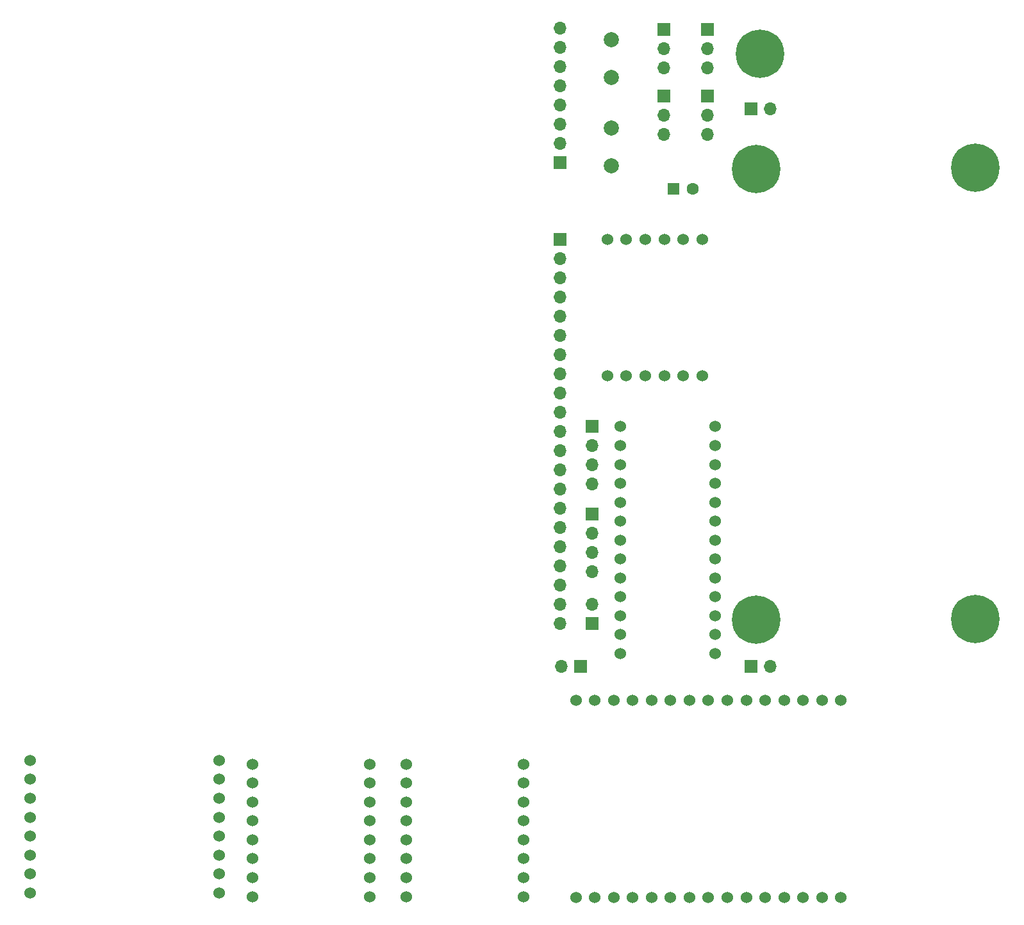
<source format=gts>
G04 #@! TF.GenerationSoftware,KiCad,Pcbnew,8.0.8-8.0.8-0~ubuntu22.04.1*
G04 #@! TF.CreationDate,2025-02-11T23:42:30+01:00*
G04 #@! TF.ProjectId,aovv_rev_0,616f7676-5f72-4657-965f-302e6b696361,rev?*
G04 #@! TF.SameCoordinates,Original*
G04 #@! TF.FileFunction,Soldermask,Top*
G04 #@! TF.FilePolarity,Negative*
%FSLAX46Y46*%
G04 Gerber Fmt 4.6, Leading zero omitted, Abs format (unit mm)*
G04 Created by KiCad (PCBNEW 8.0.8-8.0.8-0~ubuntu22.04.1) date 2025-02-11 23:42:30*
%MOMM*%
%LPD*%
G01*
G04 APERTURE LIST*
%ADD10C,1.524000*%
%ADD11R,1.700000X1.700000*%
%ADD12O,1.700000X1.700000*%
%ADD13C,0.800000*%
%ADD14C,6.400000*%
%ADD15C,2.000000*%
%ADD16R,1.600000X1.600000*%
%ADD17C,1.600000*%
G04 APERTURE END LIST*
D10*
X193250000Y-158087500D03*
X190750000Y-158087500D03*
X188250000Y-158087500D03*
X185750000Y-158087500D03*
X183250000Y-158087500D03*
X180750000Y-158087500D03*
X178250000Y-158087500D03*
X175750000Y-158087500D03*
X173250000Y-158087500D03*
X170750000Y-158087500D03*
X168250000Y-158087500D03*
X165750000Y-158087500D03*
X163250000Y-158087500D03*
X160750000Y-158087500D03*
X158250000Y-158087500D03*
X158250000Y-132087500D03*
X160750000Y-132087500D03*
X163250000Y-132087500D03*
X165750000Y-132087500D03*
X168250000Y-132087500D03*
X170750000Y-132087500D03*
X173250000Y-132087500D03*
X175750000Y-132087500D03*
X178250000Y-132087500D03*
X180750000Y-132087500D03*
X183250000Y-132087500D03*
X185750000Y-132087500D03*
X188250000Y-132087500D03*
X190750000Y-132087500D03*
X193250000Y-132087500D03*
D11*
X181400000Y-127600000D03*
D12*
X183940000Y-127600000D03*
D11*
X160400000Y-121850000D03*
D12*
X160400000Y-119310000D03*
D13*
X179650000Y-121350000D03*
X180352944Y-119652944D03*
X180352944Y-123047056D03*
X182050000Y-118950000D03*
D14*
X182050000Y-121350000D03*
D13*
X182050000Y-123750000D03*
X183747056Y-119652944D03*
X183747056Y-123047056D03*
X184450000Y-121350000D03*
D11*
X160425000Y-95840000D03*
D12*
X160425000Y-98380000D03*
X160425000Y-100920000D03*
X160425000Y-103460000D03*
D11*
X158900000Y-127600000D03*
D12*
X156360000Y-127600000D03*
D15*
X162900000Y-49640000D03*
X162900000Y-44640000D03*
D13*
X180130000Y-46520000D03*
X180832944Y-44822944D03*
X180832944Y-48217056D03*
X182530000Y-44120000D03*
D14*
X182530000Y-46520000D03*
D13*
X182530000Y-48920000D03*
X184227056Y-44822944D03*
X184227056Y-48217056D03*
X184930000Y-46520000D03*
D16*
X171150000Y-64390000D03*
D17*
X173650000Y-64390000D03*
D10*
X86137500Y-157500000D03*
X86137500Y-155000000D03*
X86137500Y-152500000D03*
X86137500Y-150000000D03*
X86137500Y-147500000D03*
X86137500Y-145000000D03*
X86137500Y-142500000D03*
X86137500Y-140000000D03*
X111137500Y-140000000D03*
X111137500Y-142500000D03*
X111137500Y-145000000D03*
X111137500Y-147500000D03*
X111137500Y-150000000D03*
X111137500Y-152500000D03*
X111137500Y-155000000D03*
X111137500Y-157500000D03*
X135862500Y-158000000D03*
X135862500Y-155500000D03*
X135862500Y-153000000D03*
X135862500Y-150500000D03*
X135862500Y-148000000D03*
X135862500Y-145500000D03*
X135862500Y-143000000D03*
X135862500Y-140500000D03*
X151362500Y-140500000D03*
X151362500Y-143000000D03*
X151362500Y-145500000D03*
X151362500Y-148000000D03*
X151362500Y-150500000D03*
X151362500Y-153000000D03*
X151362500Y-155500000D03*
X151362500Y-158000000D03*
D11*
X175650000Y-52100000D03*
D12*
X175650000Y-54640000D03*
X175650000Y-57180000D03*
D11*
X169900000Y-52100000D03*
D12*
X169900000Y-54640000D03*
X169900000Y-57180000D03*
D11*
X169900000Y-43310000D03*
D12*
X169900000Y-45850000D03*
X169900000Y-48390000D03*
D11*
X181400000Y-53825000D03*
D12*
X183940000Y-53825000D03*
D13*
X211050000Y-64000000D03*
X209352944Y-63297056D03*
X212747056Y-63297056D03*
X208650000Y-61600000D03*
D14*
X211050000Y-61600000D03*
D13*
X213450000Y-61600000D03*
X209352944Y-59902944D03*
X212747056Y-59902944D03*
X211050000Y-59200000D03*
D10*
X164150000Y-125850000D03*
X164150000Y-123350000D03*
X164150000Y-120850000D03*
X164150000Y-118350000D03*
X164150000Y-115850000D03*
X164150000Y-113350000D03*
X164150000Y-110850000D03*
X164150000Y-108350000D03*
X164150000Y-105850000D03*
X164150000Y-103350000D03*
X164150000Y-100850000D03*
X164150000Y-98350000D03*
X164150000Y-95850000D03*
X176650000Y-95850000D03*
X176650000Y-98350000D03*
X176650000Y-100850000D03*
X176650000Y-103350000D03*
X176650000Y-105850000D03*
X176650000Y-108350000D03*
X176650000Y-110850000D03*
X176650000Y-113350000D03*
X176650000Y-115850000D03*
X176650000Y-118350000D03*
X176650000Y-120850000D03*
X176650000Y-123350000D03*
X176650000Y-125850000D03*
D11*
X156150000Y-60920000D03*
D12*
X156150000Y-58380000D03*
X156150000Y-55840000D03*
X156150000Y-53300000D03*
X156150000Y-50760000D03*
X156150000Y-48220000D03*
X156150000Y-45680000D03*
X156150000Y-43140000D03*
D13*
X208652944Y-121252944D03*
X209355888Y-119555888D03*
X209355888Y-122950000D03*
X211052944Y-118852944D03*
D14*
X211052944Y-121252944D03*
D13*
X211052944Y-123652944D03*
X212750000Y-119555888D03*
X212750000Y-122950000D03*
X213452944Y-121252944D03*
D15*
X162900000Y-61390000D03*
X162900000Y-56390000D03*
D10*
X115500000Y-158000000D03*
X115500000Y-155500000D03*
X115500000Y-153000000D03*
X115500000Y-150500000D03*
X115500000Y-148000000D03*
X115500000Y-145500000D03*
X115500000Y-143000000D03*
X115500000Y-140500000D03*
X131000000Y-140500000D03*
X131000000Y-143000000D03*
X131000000Y-145500000D03*
X131000000Y-148000000D03*
X131000000Y-150500000D03*
X131000000Y-153000000D03*
X131000000Y-155500000D03*
X131000000Y-158000000D03*
D13*
X184450000Y-61755888D03*
X183747056Y-63452944D03*
X183747056Y-60058832D03*
X182050000Y-64155888D03*
D14*
X182050000Y-61755888D03*
D13*
X182050000Y-59355888D03*
X180352944Y-63452944D03*
X180352944Y-60058832D03*
X179650000Y-61755888D03*
D11*
X156150000Y-71080000D03*
D12*
X156150000Y-73620000D03*
X156150000Y-76160000D03*
X156150000Y-78700000D03*
X156150000Y-81240000D03*
X156150000Y-83780000D03*
X156150000Y-86320000D03*
X156150000Y-88860000D03*
X156150000Y-91400000D03*
X156150000Y-93940000D03*
X156150000Y-96480000D03*
X156150000Y-99020000D03*
X156150000Y-101560000D03*
X156150000Y-104100000D03*
X156150000Y-106640000D03*
X156150000Y-109180000D03*
X156150000Y-111720000D03*
X156150000Y-114260000D03*
X156150000Y-116800000D03*
X156150000Y-119340000D03*
X156150000Y-121880000D03*
D11*
X175650000Y-43310000D03*
D12*
X175650000Y-45850000D03*
X175650000Y-48390000D03*
D10*
X174912500Y-89112500D03*
X172412500Y-89112500D03*
X169912500Y-89112500D03*
X167412500Y-89112500D03*
X164912500Y-89112500D03*
X162412500Y-89112500D03*
X162412500Y-71112500D03*
X164912500Y-71112500D03*
X167412500Y-71112500D03*
X169912500Y-71112500D03*
X172412500Y-71112500D03*
X174912500Y-71112500D03*
D11*
X160425000Y-107380000D03*
D12*
X160425000Y-109920000D03*
X160425000Y-112460000D03*
X160425000Y-115000000D03*
M02*

</source>
